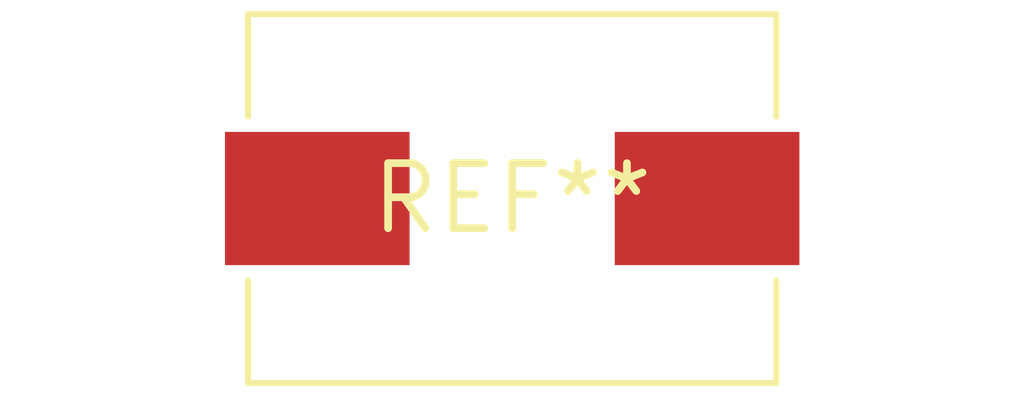
<source format=kicad_pcb>
(kicad_pcb (version 20240108) (generator pcbnew)
  (layers (0 "F.Cu" signal) (31 "B.Cu" signal) (34 "B.Paste" user) (35 "F.Paste" user) (36 "B.SilkS" user "B.Silkscreen") (37 "F.SilkS" user "F.Silkscreen") (38 "B.Mask" user) (39 "F.Mask" user) (44 "Edge.Cuts" user))
  (net 0 "")
  (footprint "L_Wuerth_HCM-1070" (layer "F.Cu") (at 0 0)
    (property "Reference" "REF**")
    (property "Value" "L_Wuerth_HCM-1070")
    (fp_line (start -5.15 -3.6) (end 0 -3.6) (layer "F.SilkS") (stroke (width 0.12)))
    (fp_line (start -5.15 -1.6) (end -5.15 -3.6) (layer "F.SilkS") (stroke (width 0.12)))
    (fp_line (start -5.15 1.6) (end -5.15 3.6) (layer "F.SilkS") (stroke (width 0.12)))
    (fp_line (start -5.15 3.6) (end 0 3.6) (layer "F.SilkS") (stroke (width 0.12)))
    (fp_line (start 5.15 -3.6) (end 0 -3.6) (layer "F.SilkS") (stroke (width 0.12)))
    (fp_line (start 5.15 -1.6) (end 5.15 -3.6) (layer "F.SilkS") (stroke (width 0.12)))
    (fp_line (start 5.15 1.6) (end 5.15 3.6) (layer "F.SilkS") (stroke (width 0.12)))
    (fp_line (start 5.15 3.6) (end 0 3.6) (layer "F.SilkS") (stroke (width 0.12)))
    (pad "1" smd rect (at -3.8 0) (size 3.6 2.6) (layers "F.Cu" "F.Paste" "F.Mask"))
    (pad "2" smd rect (at 3.8 0) (size 3.6 2.6) (layers "F.Cu" "F.Paste" "F.Mask"))
  )
)
</source>
